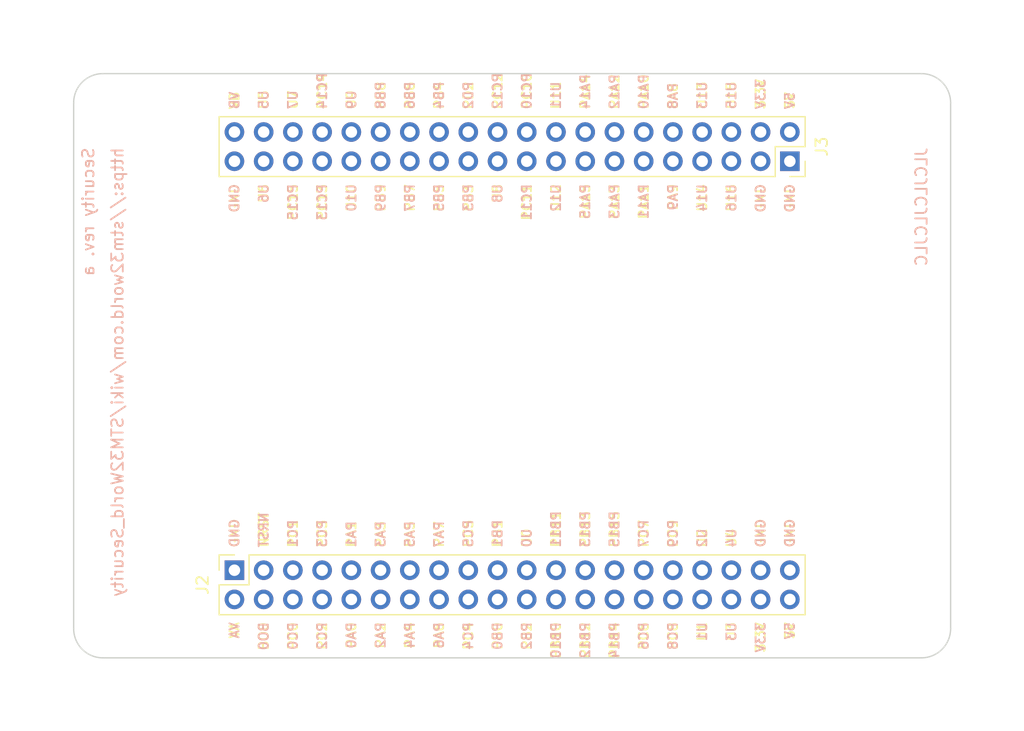
<source format=kicad_pcb>
(kicad_pcb (version 20240108) (generator "pcbnew") (generator_version "8.0")
  (title_block (title "${TITLE}") (rev "${REVISION}") (company "${COMPANY}") (comment 1 "${URL}") (comment 2 "${AUTHOR}") (comment 3 "${AUTHOR_EMAIL}"))
  (layers (0 "F.Cu" signal) (31 "B.Cu" signal) (34 "B.Paste" user) (35 "F.Paste" user) (36 "B.SilkS" user "B.Silkscreen") (37 "F.SilkS" user "F.Silkscreen") (38 "B.Mask" user) (39 "F.Mask" user) (44 "Edge.Cuts" user))
  (property "AUTHOR" "Lars Boegild Thomsen")
  (property "AUTHOR_EMAIL" "lth@stm32world.com")
  (property "COMPANY" "STM32World")
  (property "REVISION" "a")
  (property "TITLE" "Security")
  (property "URL" "https://stm32world.com/wiki/STM32World_Security")
  (net 0 "")
  (footprint "stm32world:STM32WORLD_BOARD" (layer "F.Cu") (at 146.05 101.6)
    (property "Reference" "J1" (hide yes))
    (property "Value" "STM32WORLD_BOARD")
    (fp_line (start -38.1 22.86) (end -38.1 -22.86) (stroke (width 0.12)) (layer "Edge.Cuts"))
    (fp_line (start -35.56 -25.4) (end 35.56 -25.4) (stroke (width 0.12)) (layer "Edge.Cuts"))
    (fp_line (start 35.56 25.4) (end -35.56 25.4) (stroke (width 0.12)) (layer "Edge.Cuts"))
    (fp_line (start 38.1 -22.86) (end 38.1 22.86) (stroke (width 0.12)) (layer "Edge.Cuts"))
    (fp_arc (start -38.1 -22.86) (mid -37.356051 -24.656051) (end -35.56 -25.4) (stroke (width 0.12)) (layer "Edge.Cuts"))
    (fp_arc (start -35.56 25.4) (mid -37.356051 24.656051) (end -38.1 22.86) (stroke (width 0.12)) (layer "Edge.Cuts"))
    (fp_arc (start 35.56 -25.4) (mid 37.356051 -24.656051) (end 38.1 -22.86) (stroke (width 0.12)) (layer "Edge.Cuts"))
    (fp_arc (start 38.1 22.86) (mid 37.356051 24.656051) (end 35.56 25.4) (stroke (width 0.12)) (layer "Edge.Cuts"))
    (fp_text user "VA" (at -24.13 22.225 90) (layer "B.SilkS") (effects (font (size 0.8 0.8)) (justify left mirror)))
    (fp_text user "PC7" (at 11.43 15.875 90) (layer "B.SilkS") (effects (font (size 0.8 0.8)) (justify right mirror)))
    (fp_text user "PC1" (at -19.05 15.875 90) (layer "B.SilkS") (effects (font (size 0.8 0.8)) (justify right mirror)))
    (fp_text user "PA11" (at 11.43 -15.875 90) (layer "B.SilkS") (effects (font (size 0.8 0.8)) (justify left mirror)))
    (fp_text user "U12" (at 3.81 -15.875 90) (layer "B.SilkS") (effects (font (size 0.8 0.8)) (justify left mirror)))
    (fp_text user "PC15" (at -19.05 -15.875 90) (layer "B.SilkS") (effects (font (size 0.8 0.8)) (justify left mirror)))
    (fp_text user "PA1" (at -13.97 15.875 90) (layer "B.SilkS") (effects (font (size 0.8 0.8)) (justify right mirror)))
    (fp_text user "U14" (at 16.51 -15.875 90) (layer "B.SilkS") (effects (font (size 0.8 0.8)) (justify left mirror)))
    (fp_text user "PA13" (at 8.89 -15.875 90) (layer "B.SilkS") (effects (font (size 0.8 0.8)) (justify left mirror)))
    (fp_text user "PA15" (at 6.35 -15.875 90) (layer "B.SilkS") (effects (font (size 0.8 0.8)) (justify left mirror)))
    (fp_text user "PA8" (at 13.97 -22.225 90) (layer "B.SilkS") (effects (font (size 0.8 0.8)) (justify right mirror)))
    (fp_text user "${URL}" (at -34.29 -19.05 90) (layer "B.SilkS") (effects (justify left mirror)))
    (fp_text user "PC2" (at -16.51 22.225 90) (layer "B.SilkS") (effects (font (size 0.8 0.8)) (justify left mirror)))
    (fp_text user "U7" (at -19.05 -22.225 90) (layer "B.SilkS") (effects (font (size 0.8 0.8)) (justify right mirror)))
    (fp_text user "PB0" (at -1.27 22.225 90) (layer "B.SilkS") (effects (font (size 0.8 0.8)) (justify left mirror)))
    (fp_text user "GND" (at -24.13 -15.875 90) (layer "B.SilkS") (effects (font (size 0.8 0.8)) (justify left mirror)))
    (fp_text user "U6" (at -21.59 -15.875 90) (layer "B.SilkS") (effects (font (size 0.8 0.8)) (justify left mirror)))
    (fp_text user "PB8" (at -11.43 -22.225 90) (layer "B.SilkS") (effects (font (size 0.8 0.8)) (justify right mirror)))
    (fp_text user "PA14" (at 6.35 -22.225 90) (layer "B.SilkS") (effects (font (size 0.8 0.8)) (justify right mirror)))
    (fp_text user "PB15" (at 8.89 15.875 90) (layer "B.SilkS") (effects (font (size 0.8 0.8)) (justify right mirror)))
    (fp_text user "U10" (at -13.97 -15.875 90) (layer "B.SilkS") (effects (font (size 0.8 0.8)) (justify left mirror)))
    (fp_text user "PC13" (at -16.51 -15.875 90) (layer "B.SilkS") (effects (font (size 0.8 0.8)) (justify left mirror)))
    (fp_text user "PC8" (at 13.97 22.225 90) (layer "B.SilkS") (effects (font (size 0.8 0.8)) (justify left mirror)))
    (fp_text user "${TITLE} rev. ${REVISION}" (at -36.83 -19.05 90) (layer "B.SilkS") (effects (justify left mirror)))
    (fp_text user "GND" (at -24.13 15.875 90) (layer "B.SilkS") (effects (font (size 0.8 0.8)) (justify right mirror)))
    (fp_text user "PB7" (at -8.89 -15.875 90) (layer "B.SilkS") (effects (font (size 0.8 0.8)) (justify left mirror)))
    (fp_text user "PB3" (at -3.81 -15.875 90) (layer "B.SilkS") (effects (font (size 0.8 0.8)) (justify left mirror)))
    (fp_text user "PA5" (at -8.89 15.875 90) (layer "B.SilkS") (effects (font (size 0.8 0.8)) (justify right mirror)))
    (fp_text user "PB11" (at 3.81 15.875 90) (layer "B.SilkS") (effects (font (size 0.8 0.8)) (justify right mirror)))
    (fp_text user "U15" (at 19.05 -22.225 90) (layer "B.SilkS") (effects (font (size 0.8 0.8)) (justify right mirror)))
    (fp_text user "U13" (at 16.51 -22.225 90) (layer "B.SilkS") (effects (font (size 0.8 0.8)) (justify right mirror)))
    (fp_text user "PC3" (at -16.51 15.875 90) (layer "B.SilkS") (effects (font (size 0.8 0.8)) (justify right mirror)))
    (fp_text user "U3" (at 19.05 22.225 90) (layer "B.SilkS") (effects (font (size 0.8 0.8)) (justify left mirror)))
    (fp_text user "BO0" (at -21.59 22.225 90) (layer "B.SilkS") (effects (font (size 0.8 0.8)) (justify left mirror)))
    (fp_text user "U0" (at 1.27 15.875 90) (layer "B.SilkS") (effects (font (size 0.8 0.8)) (justify right mirror)))
    (fp_text user "5V" (at 24.13 -22.225 90) (layer "B.SilkS") (effects (font (size 0.8 0.8)) (justify right mirror)))
    (fp_text user "PC14" (at -16.51 -22.225 90) (layer "B.SilkS") (effects (font (size 0.8 0.8)) (justify right mirror)))
    (fp_text user "U5" (at -21.59 -22.225 90) (layer "B.SilkS") (effects (font (size 0.8 0.8)) (justify right mirror)))
    (fp_text user "GND" (at 24.13 -15.875 90) (layer "B.SilkS") (effects (font (size 0.8 0.8)) (justify left mirror)))
    (fp_text user "PB4" (at -6.35 -22.225 90) (layer "B.SilkS") (effects (font (size 0.8 0.8)) (justify right mirror)))
    (fp_text user "GND" (at 21.59 15.875 90) (layer "B.SilkS") (effects (font (size 0.8 0.8)) (justify right mirror)))
    (fp_text user "U16" (at 19.05 -15.875 90) (layer "B.SilkS") (effects (font (size 0.8 0.8)) (justify left mirror)))
    (fp_text user "GND" (at 21.59 -15.875 90) (layer "B.SilkS") (effects (font (size 0.8 0.8)) (justify left mirror)))
    (fp_text user "PC4" (at -3.81 22.225 90) (layer "B.SilkS") (effects (font (size 0.8 0.8)) (justify left mirror)))
    (fp_text user "PB9" (at -11.43 -15.875 90) (layer "B.SilkS") (effects (font (size 0.8 0.8)) (justify left mirror)))
    (fp_text user "VB" (at -24.13 -22.225 90) (layer "B.SilkS") (effects (font (size 0.8 0.8)) (justify right mirror)))
    (fp_text user "PB12" (at 6.35 22.225 90) (layer "B.SilkS") (effects (font (size 0.8 0.8)) (justify left mirror)))
    (fp_text user "PD2" (at -3.81 -22.225 90) (layer "B.SilkS") (effects (font (size 0.8 0.8)) (justify right mirror)))
    (fp_text user "PB2" (at 1.27 22.225 90) (layer "B.SilkS") (effects (font (size 0.8 0.8)) (justify left mirror)))
    (fp_text user "PB6" (at -8.89 -22.225 90) (layer "B.SilkS") (effects (font (size 0.8 0.8)) (justify right mirror)))
    (fp_text user "PA2" (at -11.43 22.225 90) (layer "B.SilkS") (effects (font (size 0.8 0.8)) (justify left mirror)))
    (fp_text user "PA7" (at -6.35 15.875 90) (layer "B.SilkS") (effects (font (size 0.8 0.8)) (justify right mirror)))
    (fp_text user "PA12" (at 8.89 -22.225 90) (layer "B.SilkS") (effects (font (size 0.8 0.8)) (justify right mirror)))
    (fp_text user "3.3V" (at 21.59 22.225 90) (layer "B.SilkS") (effects (font (size 0.8 0.8)) (justify left mirror)))
    (fp_text user "U8" (at -1.27 -15.875 90) (layer "B.SilkS") (effects (font (size 0.8 0.8)) (justify left mirror)))
    (fp_text user "PC10" (at 1.27 -22.225 90) (layer "B.SilkS") (effects (font (size 0.8 0.8)) (justify right mirror)))
    (fp_text user "U2" (at 16.51 15.875 90) (layer "B.SilkS") (effects (font (size 0.8 0.8)) (justify right mirror)))
    (fp_text user "U1" (at 16.51 22.225 90) (layer "B.SilkS") (effects (font (size 0.8 0.8)) (justify left mirror)))
    (fp_text user "U9" (at -13.97 -22.225 90) (layer "B.SilkS") (effects (font (size 0.8 0.8)) (justify right mirror)))
    (fp_text user "PB5" (at -6.35 -15.875 90) (layer "B.SilkS") (effects (font (size 0.8 0.8)) (justify left mirror)))
    (fp_text user "U11" (at 3.81 -22.225 90) (layer "B.SilkS") (effects (font (size 0.8 0.8)) (justify right mirror)))
    (fp_text user "GND" (at 24.13 15.875 90) (layer "B.SilkS") (effects (font (size 0.8 0.8)) (justify right mirror)))
    (fp_text user "PB13" (at 6.35 15.875 90) (layer "B.SilkS") (effects (font (size 0.8 0.8)) (justify right mirror)))
    (fp_text user "PB14" (at 8.89 22.225 90) (layer "B.SilkS") (effects (font (size 0.8 0.8)) (justify left mirror)))
    (fp_text user "JLCJLCJLCJLC" (at 35.56 -19.05 90) (layer "B.SilkS") (effects (justify left mirror)))
    (fp_text user "5V" (at 24.13 22.225 90) (layer "B.SilkS") (effects (font (size 0.8 0.8)) (justify left mirror)))
    (fp_text user "PB10" (at 3.81 22.225 90) (layer "B.SilkS") (effects (font (size 0.8 0.8)) (justify left mirror)))
    (fp_text user "PA10" (at 11.43 -22.225 90) (layer "B.SilkS") (effects (font (size 0.8 0.8)) (justify right mirror)))
    (fp_text user "PA0" (at -13.97 22.225 90) (layer "B.SilkS") (effects (font (size 0.8 0.8)) (justify left mirror)))
    (fp_text user "PC5" (at -3.81 15.875 90) (layer "B.SilkS") (effects (font (size 0.8 0.8)) (justify right mirror)))
    (fp_text user "U4" (at 19.05 15.875 90) (layer "B.SilkS") (effects (font (size 0.8 0.8)) (justify right mirror)))
    (fp_text user "PC12" (at -1.27 -22.225 90) (layer "B.SilkS") (effects (font (size 0.8 0.8)) (justify right mirror)))
    (fp_text user "PC0" (at -19.05 22.225 90) (layer "B.SilkS") (effects (font (size 0.8 0.8)) (justify left mirror)))
    (fp_text user "PC11" (at 1.27 -15.875 90) (layer "B.SilkS") (effects (font (size 0.8 0.8)) (justify left mirror)))
    (fp_text user "PA9" (at 13.97 -15.875 90) (layer "B.SilkS") (effects (font (size 0.8 0.8)) (justify left mirror)))
    (fp_text user "NRST" (at -21.59 15.875 90) (layer "B.SilkS") (effects (font (size 0.8 0.8)) (justify right mirror)))
    (fp_text user "PA3" (at -11.43 15.875 90) (layer "B.SilkS") (effects (font (size 0.8 0.8)) (justify right mirror)))
    (fp_text user "PB1" (at -1.27 15.875 90) (layer "B.SilkS") (effects (font (size 0.8 0.8)) (justify right mirror)))
    (fp_text user "PA6" (at -6.35 22.225 90) (layer "B.SilkS") (effects (font (size 0.8 0.8)) (justify left mirror)))
    (fp_text user "PA4" (at -8.89 22.225 90) (layer "B.SilkS") (effects (font (size 0.8 0.8)) (justify left mirror)))
    (fp_text user "3.3V" (at 21.59 -22.225 90) (layer "B.SilkS") (effects (font (size 0.8 0.8)) (justify right mirror)))
    (fp_text user "PC6" (at 11.43 22.225 90) (layer "B.SilkS") (effects (font (size 0.8 0.8)) (justify left mirror)))
    (fp_text user "PC9" (at 13.97 15.875 90) (layer "B.SilkS") (effects (font (size 0.8 0.8)) (justify right mirror)))
    (fp_text user "PB13" (at 6.35 15.875 90) (layer "F.SilkS") (effects (font (size 0.8 0.8)) (justify left)))
    (fp_text user "PA6" (at -6.35 22.225 90) (layer "F.SilkS") (effects (font (size 0.8 0.8)) (justify right)))
    (fp_text user "U16" (at 19.05 -15.875 90) (layer "F.SilkS") (effects (font (size 0.8 0.8)) (justify right)))
    (fp_text user "U8" (at -1.27 -15.875 90) (layer "F.SilkS") (effects (font (size 0.8 0.8)) (justify right)))
    (fp_text user "5V" (at 24.13 -22.225 90) (layer "F.SilkS") (effects (font (size 0.8 0.8)) (justify left)))
    (fp_text user "BO0" (at -21.59 22.225 90) (layer "F.SilkS") (effects (font (size 0.8 0.8)) (justify right)))
    (fp_text user "PB1" (at -1.27 15.875 90) (layer "F.SilkS") (effects (font (size 0.8 0.8)) (justify left)))
    (fp_text user "PA0" (at -13.97 22.225 90) (layer "F.SilkS") (effects (font (size 0.8 0.8)) (justify right)))
    (fp_text user "3.3V" (at 21.59 22.225 90) (layer "F.SilkS") (effects (font (size 0.8 0.8)) (justify right)))
    (fp_text user "GND" (at -24.13 -15.875 90) (layer "F.SilkS") (effects (font (size 0.8 0.8)) (justify right)))
    (fp_text user "GND" (at 24.13 15.875 90) (layer "F.SilkS") (effects (font (size 0.8 0.8)) (justify left)))
    (fp_text user "PA5" (at -8.89 15.875 90) (layer "F.SilkS") (effects (font (size 0.8 0.8)) (justify left)))
    (fp_text user "PB4" (at -6.35 -22.225 90) (layer "F.SilkS") (effects (font (size 0.8 0.8)) (justify left)))
    (fp_text user "PC9" (at 13.97 15.875 90) (layer "F.SilkS") (effects (font (size 0.8 0.8)) (justify left)))
    (fp_text user "PC7" (at 11.43 15.875 90) (layer "F.SilkS") (effects (font (size 0.8 0.8)) (justify left)))
    (fp_text user "PD2" (at -3.81 -22.225 90) (layer "F.SilkS") (effects (font (size 0.8 0.8)) (justify left)))
    (fp_text user "3.3V" (at 21.59 -22.225 90) (layer "F.SilkS") (effects (font (size 0.8 0.8)) (justify left)))
    (fp_text user "U13" (at 16.51 -22.225 90) (layer "F.SilkS") (effects (font (size 0.8 0.8)) (justify left)))
    (fp_text user "PC11" (at 1.27 -15.875 90) (layer "F.SilkS") (effects (font (size 0.8 0.8)) (justify right)))
    (fp_text user "PA1" (at -13.97 15.875 90) (layer "F.SilkS") (effects (font (size 0.8 0.8)) (justify left)))
    (fp_text user "U0" (at 1.27 15.875 90) (layer "F.SilkS") (effects (font (size 0.8 0.8)) (justify left)))
    (fp_text user "U6" (at -21.59 -15.875 90) (layer "F.SilkS") (effects (font (size 0.8 0.8)) (justify right)))
    (fp_text user "PB7" (at -8.89 -15.875 90) (layer "F.SilkS") (effects (font (size 0.8 0.8)) (justify right)))
    (fp_text user "PB11" (at 3.81 15.875 90) (layer "F.SilkS") (effects (font (size 0.8 0.8)) (justify left)))
    (fp_text user "PC4" (at -3.81 22.225 90) (layer "F.SilkS") (effects (font (size 0.8 0.8)) (justify right)))
    (fp_text user "PC3" (at -16.51 15.875 90) (layer "F.SilkS") (effects (font (size 0.8 0.8)) (justify left)))
    (fp_text user "PC0" (at -19.05 22.225 90) (layer "F.SilkS") (effects (font (size 0.8 0.8)) (justify right)))
    (fp_text user "VA" (at -24.13 22.225 90) (layer "F.SilkS") (effects (font (size 0.8 0.8)) (justify right)))
    (fp_text user "PC15" (at -19.05 -15.875 90) (layer "F.SilkS") (effects (font (size 0.8 0.8)) (justify right)))
    (fp_text user "PA13" (at 8.89 -15.875 90) (layer "F.SilkS") (effects (font (size 0.8 0.8)) (justify right)))
    (fp_text user "VB" (at -24.13 -22.225 90) (layer "F.SilkS") (effects (font (size 0.8 0.8)) (justify left)))
    (fp_text user "U11" (at 3.81 -22.225 90) (layer "F.SilkS") (effects (font (size 0.8 0.8)) (justify left)))
    (fp_text user "PB3" (at -3.81 -15.875 90) (layer "F.SilkS") (effects (font (size 0.8 0.8)) (justify right)))
    (fp_text user "PC5" (at -3.81 15.875 90) (layer "F.SilkS") (effects (font (size 0.8 0.8)) (justify left)))
    (fp_text user "PA14" (at 6.35 -22.225 90) (layer "F.SilkS") (effects (font (size 0.8 0.8)) (justify left)))
    (fp_text user "U12" (at 3.81 -15.875 90) (layer "F.SilkS") (effects (font (size 0.8 0.8)) (justify right)))
    (fp_text user "PB8" (at -11.43 -22.225 90) (layer "F.SilkS") (effects (font (size 0.8 0.8)) (justify left)))
    (fp_text user "PC1" (at -19.05 15.875 90) (layer "F.SilkS") (effects (font (size 0.8 0.8)) (justify left)))
    (fp_text user "PC6" (at 11.43 22.225 90) (layer "F.SilkS") (effects (font (size 0.8 0.8)) (justify right)))
    (fp_text user "PA4" (at -8.89 22.225 90) (layer "F.SilkS") (effects (font (size 0.8 0.8)) (justify right)))
    (fp_text user "PC8" (at 13.97 22.225 90) (layer "F.SilkS") (effects (font (size 0.8 0.8)) (justify right)))
    (fp_text user "PC2" (at -16.51 22.225 90) (layer "F.SilkS") (effects (font (size 0.8 0.8)) (justify right)))
    (fp_text user "PA2" (at -11.43 22.225 90) (layer "F.SilkS") (effects (font (size 0.8 0.8)) (justify right)))
    (fp_text user "PA11" (at 11.43 -15.875 90) (layer "F.SilkS") (effects (font (size 0.8 0.8)) (justify right)))
    (fp_text user "PA9" (at 13.97 -15.875 90) (layer "F.SilkS") (effects (font (size 0.8 0.8)) (justify right)))
    (fp_text user "U3" (at 19.05 22.225 90) (layer "F.SilkS") (effects (font (size 0.8 0.8)) (justify right)))
    (fp_text user "PB15" (at 8.89 15.875 90) (layer "F.SilkS") (effects (font (size 0.8 0.8)) (justify left)))
    (fp_text user "U10" (at -13.97 -15.875 90) (layer "F.SilkS") (effects (font (size 0.8 0.8)) (justify right)))
    (fp_text user "U4" (at 19.05 15.875 90) (layer "F.SilkS") (effects (font (size 0.8 0.8)) (justify left)))
    (fp_text user "PC14" (at -16.51 -22.225 90) (layer "F.SilkS") (effects (font (size 0.8 0.8)) (justify left)))
    (fp_text user "PB6" (at -8.89 -22.225 90) (layer "F.SilkS") (effects (font (size 0.8 0.8)) (justify left)))
    (fp_text user "PB0" (at -1.27 22.225 90) (layer "F.SilkS") (effects (font (size 0.8 0.8)) (justify right)))
    (fp_text user "PA7" (at -6.35 15.875 90) (layer "F.SilkS") (effects (font (size 0.8 0.8)) (justify left)))
    (fp_text user "NRST" (at -21.59 15.875 90) (layer "F.SilkS") (effects (font (size 0.8 0.8)) (justify left)))
    (fp_text user "GND" (at 21.59 15.875 90) (layer "F.SilkS") (effects (font (size 0.8 0.8)) (justify left)))
    (fp_text user "PA15" (at 6.35 -15.875 90) (layer "F.SilkS") (effects (font (size 0.8 0.8)) (justify right)))
    (fp_text user "GND" (at 21.59 -15.875 90) (layer "F.SilkS") (effects (font (size 0.8 0.8)) (justify right)))
    (fp_text user "U14" (at 16.51 -15.875 90) (layer "F.SilkS") (effects (font (size 0.8 0.8)) (justify right)))
    (fp_text user "PB9" (at -11.43 -15.875 90) (layer "F.SilkS") (effects (font (size 0.8 0.8)) (justify right)))
    (fp_text user "PA10" (at 11.43 -22.225 90) (layer "F.SilkS") (effects (font (size 0.8 0.8)) (justify left)))
    (fp_text user "PC10" (at 1.27 -22.225 90) (layer "F.SilkS") (effects (font (size 0.8 0.8)) (justify left)))
    (fp_text user "PB14" (at 8.89 22.225 90) (layer "F.SilkS") (effects (font (size 0.8 0.8)) (justify right)))
    (fp_text user "U9" (at -13.97 -22.225 90) (layer "F.SilkS") (effects (font (size 0.8 0.8)) (justify left)))
    (fp_text user "PB2" (at 1.27 22.225 90) (layer "F.SilkS") (effects (font (size 0.8 0.8)) (justify right)))
    (fp_text user "PA3" (at -11.43 15.875 90) (layer "F.SilkS") (effects (font (size 0.8 0.8)) (justify left)))
    (fp_text user "PC12" (at -1.27 -22.225 90) (layer "F.SilkS") (effects (font (size 0.8 0.8)) (justify left)))
    (fp_text user "PB10" (at 3.81 22.225 90) (layer "F.SilkS") (effects (font (size 0.8 0.8)) (justify right)))
    (fp_text user "PB12" (at 6.35 22.225 90) (layer "F.SilkS") (effects (font (size 0.8 0.8)) (justify right)))
    (fp_text user "PA8" (at 13.97 -22.225 90) (layer "F.SilkS") (effects (font (size 0.8 0.8)) (justify left)))
    (fp_text user "U1" (at 16.51 22.225 90) (layer "F.SilkS") (effects (font (size 0.8 0.8)) (justify right)))
    (fp_text user "U2" (at 16.51 15.875 90) (layer "F.SilkS") (effects (font (size 0.8 0.8)) (justify left)))
    (fp_text user "U15" (at 19.05 -22.225 90) (layer "F.SilkS") (effects (font (size 0.8 0.8)) (justify left)))
    (fp_text user "PB5" (at -6.35 -15.875 90) (layer "F.SilkS") (effects (font (size 0.8 0.8)) (justify right)))
    (fp_text user "PC13" (at -16.51 -15.875 90) (layer "F.SilkS") (effects (font (size 0.8 0.8)) (justify right)))
    (fp_text user "U5" (at -21.59 -22.225 90) (layer "F.SilkS") (effects (font (size 0.8 0.8)) (justify left)))
    (fp_text user "PA12" (at 8.89 -22.225 90) (layer "F.SilkS") (effects (font (size 0.8 0.8)) (justify left)))
    (fp_text user "GND" (at -24.13 15.875 90) (layer "F.SilkS") (effects (font (size 0.8 0.8)) (justify left)))
    (fp_text user "U7" (at -19.05 -22.225 90) (layer "F.SilkS") (effects (font (size 0.8 0.8)) (justify left)))
    (fp_text user "GND" (at 24.13 -15.875 90) (layer "F.SilkS") (effects (font (size 0.8 0.8)) (justify right)))
    (fp_text user "5V" (at 24.13 22.225 90) (layer "F.SilkS") (effects (font (size 0.8 0.8)) (justify right)))
    (pad "" np_thru_hole circle (at -34.29 -21.59) (size 3.2 3.2) (drill 3.2) (layers "F&B.Cu" "*.Mask"))
    (pad "" np_thru_hole circle (at -34.29 21.59) (size 3.2 3.2) (drill 3.2) (layers "F&B.Cu" "*.Mask"))
    (pad "" np_thru_hole circle (at 34.29 -21.59) (size 3.2 3.2) (drill 3.2) (layers "F&B.Cu" "*.Mask"))
    (pad "" np_thru_hole circle (at 34.29 21.59) (size 3.2 3.2) (drill 3.2) (layers "F&B.Cu" "*.Mask"))
  )
  (footprint "stm32world:PinSocket_2x20_P2.54mm_Vertical_Stackable" (layer "F.Cu") (at 121.92 119.38 90)
    (property "Reference" "J2" (at -1.27 -2.77 -90) (layer "F.SilkS"))
    (property "Value" "STM32WORLD_CONNECTOR_1")
    (fp_line (start 1.33 -1.33) (end 1.33 0) (stroke (width 0.12)) (layer "F.SilkS"))
    (fp_line (start 0 -1.33) (end 1.33 -1.33) (stroke (width 0.12)) (layer "F.SilkS"))
    (fp_line (start -1.27 -1.33) (end -1.27 1.27) (stroke (width 0.12)) (layer "F.SilkS"))
    (fp_line (start -3.87 -1.33) (end -1.27 -1.33) (stroke (width 0.12)) (layer "F.SilkS"))
    (fp_line (start -3.87 -1.33) (end -3.87 49.59) (stroke (width 0.12)) (layer "F.SilkS"))
    (fp_line (start 1.33 1.27) (end 1.33 49.59) (stroke (width 0.12)) (layer "F.SilkS"))
    (fp_line (start -1.27 1.27) (end 1.33 1.27) (stroke (width 0.12)) (layer "F.SilkS"))
    (fp_line (start -3.87 49.59) (end 1.33 49.59) (stroke (width 0.12)) (layer "F.SilkS"))
    (pad "1" thru_hole rect (at 0 0 90) (size 1.7 1.7) (drill 1) (layers "*.Cu" "*.Mask"))
    (pad "2" thru_hole oval (at -2.54 0 90) (size 1.7 1.7) (drill 1) (layers "*.Cu" "*.Mask"))
    (pad "3" thru_hole oval (at 0 2.54 90) (size 1.7 1.7) (drill 1) (layers "*.Cu" "*.Mask"))
    (pad "4" thru_hole oval (at -2.54 2.54 90) (size 1.7 1.7) (drill 1) (layers "*.Cu" "*.Mask"))
    (pad "5" thru_hole oval (at 0 5.08 90) (size 1.7 1.7) (drill 1) (layers "*.Cu" "*.Mask"))
    (pad "6" thru_hole oval (at -2.54 5.08 90) (size 1.7 1.7) (drill 1) (layers "*.Cu" "*.Mask"))
    (pad "7" thru_hole oval (at 0 7.62 90) (size 1.7 1.7) (drill 1) (layers "*.Cu" "*.Mask"))
    (pad "8" thru_hole oval (at -2.54 7.62 90) (size 1.7 1.7) (drill 1) (layers "*.Cu" "*.Mask"))
    (pad "9" thru_hole oval (at 0 10.16 90) (size 1.7 1.7) (drill 1) (layers "*.Cu" "*.Mask"))
    (pad "10" thru_hole oval (at -2.54 10.16 90) (size 1.7 1.7) (drill 1) (layers "*.Cu" "*.Mask"))
    (pad "11" thru_hole oval (at 0 12.7 90) (size 1.7 1.7) (drill 1) (layers "*.Cu" "*.Mask"))
    (pad "12" thru_hole oval (at -2.54 12.7 90) (size 1.7 1.7) (drill 1) (layers "*.Cu" "*.Mask"))
    (pad "13" thru_hole oval (at 0 15.24 90) (size 1.7 1.7) (drill 1) (layers "*.Cu" "*.Mask"))
    (pad "14" thru_hole oval (at -2.54 15.24 90) (size 1.7 1.7) (drill 1) (layers "*.Cu" "*.Mask"))
    (pad "15" thru_hole oval (at 0 17.78 90) (size 1.7 1.7) (drill 1) (layers "*.Cu" "*.Mask"))
    (pad "16" thru_hole oval (at -2.54 17.78 90) (size 1.7 1.7) (drill 1) (layers "*.Cu" "*.Mask"))
    (pad "17" thru_hole oval (at 0 20.32 90) (size 1.7 1.7) (drill 1) (layers "*.Cu" "*.Mask"))
    (pad "18" thru_hole oval (at -2.54 20.32 90) (size 1.7 1.7) (drill 1) (layers "*.Cu" "*.Mask"))
    (pad "19" thru_hole oval (at 0 22.86 90) (size 1.7 1.7) (drill 1) (layers "*.Cu" "*.Mask"))
    (pad "20" thru_hole oval (at -2.54 22.86 90) (size 1.7 1.7) (drill 1) (layers "*.Cu" "*.Mask"))
    (pad "21" thru_hole oval (at 0 25.4 90) (size 1.7 1.7) (drill 1) (layers "*.Cu" "*.Mask"))
    (pad "22" thru_hole oval (at -2.54 25.4 90) (size 1.7 1.7) (drill 1) (layers "*.Cu" "*.Mask"))
    (pad "23" thru_hole oval (at 0 27.94 90) (size 1.7 1.7) (drill 1) (layers "*.Cu" "*.Mask"))
    (pad "24" thru_hole oval (at -2.54 27.94 90) (size 1.7 1.7) (drill 1) (layers "*.Cu" "*.Mask"))
    (pad "25" thru_hole oval (at 0 30.48 90) (size 1.7 1.7) (drill 1) (layers "*.Cu" "*.Mask"))
    (pad "26" thru_hole oval (at -2.54 30.48 90) (size 1.7 1.7) (drill 1) (layers "*.Cu" "*.Mask"))
    (pad "27" thru_hole oval (at 0 33.02 90) (size 1.7 1.7) (drill 1) (layers "*.Cu" "*.Mask"))
    (pad "28" thru_hole oval (at -2.54 33.02 90) (size 1.7 1.7) (drill 1) (layers "*.Cu" "*.Mask"))
    (pad "29" thru_hole oval (at 0 35.56 90) (size 1.7 1.7) (drill 1) (layers "*.Cu" "*.Mask"))
    (pad "30" thru_hole oval (at -2.54 35.56 90) (size 1.7 1.7) (drill 1) (layers "*.Cu" "*.Mask"))
    (pad "31" thru_hole oval (at 0 38.1 90) (size 1.7 1.7) (drill 1) (layers "*.Cu" "*.Mask"))
    (pad "32" thru_hole oval (at -2.54 38.1 90) (size 1.7 1.7) (drill 1) (layers "*.Cu" "*.Mask"))
    (pad "33" thru_hole oval (at 0 40.64 90) (size 1.7 1.7) (drill 1) (layers "*.Cu" "*.Mask"))
    (pad "34" thru_hole oval (at -2.54 40.64 90) (size 1.7 1.7) (drill 1) (layers "*.Cu" "*.Mask"))
    (pad "35" thru_hole oval (at 0 43.18 90) (size 1.7 1.7) (drill 1) (layers "*.Cu" "*.Mask"))
    (pad "36" thru_hole oval (at -2.54 43.18 90) (size 1.7 1.7) (drill 1) (layers "*.Cu" "*.Mask"))
    (pad "37" thru_hole oval (at 0 45.72 90) (size 1.7 1.7) (drill 1) (layers "*.Cu" "*.Mask"))
    (pad "38" thru_hole oval (at -2.54 45.72 90) (size 1.7 1.7) (drill 1) (layers "*.Cu" "*.Mask"))
    (pad "39" thru_hole oval (at 0 48.26 90) (size 1.7 1.7) (drill 1) (layers "*.Cu" "*.Mask"))
    (pad "40" thru_hole oval (at -2.54 48.26 90) (size 1.7 1.7) (drill 1) (layers "*.Cu" "*.Mask"))
  )
  (footprint "stm32world:PinSocket_2x20_P2.54mm_Vertical_Stackable" (layer "F.Cu") (at 170.18 83.82 -90)
    (property "Reference" "J3" (at -1.27 -2.77 90) (layer "F.SilkS"))
    (property "Value" "STM32WORLD_CONNECTOR_2")
    (fp_line (start -3.87 49.59) (end 1.33 49.59) (stroke (width 0.12)) (layer "F.SilkS"))
    (fp_line (start -1.27 1.27) (end 1.33 1.27) (stroke (width 0.12)) (layer "F.SilkS"))
    (fp_line (start 1.33 1.27) (end 1.33 49.59) (stroke (width 0.12)) (layer "F.SilkS"))
    (fp_line (start -3.87 -1.33) (end -3.87 49.59) (stroke (width 0.12)) (layer "F.SilkS"))
    (fp_line (start -3.87 -1.33) (end -1.27 -1.33) (stroke (width 0.12)) (layer "F.SilkS"))
    (fp_line (start -1.27 -1.33) (end -1.27 1.27) (stroke (width 0.12)) (layer "F.SilkS"))
    (fp_line (start 0 -1.33) (end 1.33 -1.33) (stroke (width 0.12)) (layer "F.SilkS"))
    (fp_line (start 1.33 -1.33) (end 1.33 0) (stroke (width 0.12)) (layer "F.SilkS"))
    (pad "1" thru_hole rect (at 0 0 270) (size 1.7 1.7) (drill 1) (layers "*.Cu" "*.Mask"))
    (pad "2" thru_hole oval (at -2.54 0 270) (size 1.7 1.7) (drill 1) (layers "*.Cu" "*.Mask"))
    (pad "3" thru_hole oval (at 0 2.54 270) (size 1.7 1.7) (drill 1) (layers "*.Cu" "*.Mask"))
    (pad "4" thru_hole oval (at -2.54 2.54 270) (size 1.7 1.7) (drill 1) (layers "*.Cu" "*.Mask"))
    (pad "5" thru_hole oval (at 0 5.08 270) (size 1.7 1.7) (drill 1) (layers "*.Cu" "*.Mask"))
    (pad "6" thru_hole oval (at -2.54 5.08 270) (size 1.7 1.7) (drill 1) (layers "*.Cu" "*.Mask"))
    (pad "7" thru_hole oval (at 0 7.62 270) (size 1.7 1.7) (drill 1) (layers "*.Cu" "*.Mask"))
    (pad "8" thru_hole oval (at -2.54 7.62 270) (size 1.7 1.7) (drill 1) (layers "*.Cu" "*.Mask"))
    (pad "9" thru_hole oval (at 0 10.16 270) (size 1.7 1.7) (drill 1) (layers "*.Cu" "*.Mask"))
    (pad "10" thru_hole oval (at -2.54 10.16 270) (size 1.7 1.7) (drill 1) (layers "*.Cu" "*.Mask"))
    (pad "11" thru_hole oval (at 0 12.7 270) (size 1.7 1.7) (drill 1) (layers "*.Cu" "*.Mask"))
    (pad "12" thru_hole oval (at -2.54 12.7 270) (size 1.7 1.7) (drill 1) (layers "*.Cu" "*.Mask"))
    (pad "13" thru_hole oval (at 0 15.24 270) (size 1.7 1.7) (drill 1) (layers "*.Cu" "*.Mask"))
    (pad "14" thru_hole oval (at -2.54 15.24 270) (size 1.7 1.7) (drill 1) (layers "*.Cu" "*.Mask"))
    (pad "15" thru_hole oval (at 0 17.78 270) (size 1.7 1.7) (drill 1) (layers "*.Cu" "*.Mask"))
    (pad "16" thru_hole oval (at -2.54 17.78 270) (size 1.7 1.7) (drill 1) (layers "*.Cu" "*.Mask"))
    (pad "17" thru_hole oval (at 0 20.32 270) (size 1.7 1.7) (drill 1) (layers "*.Cu" "*.Mask"))
    (pad "18" thru_hole oval (at -2.54 20.32 270) (size 1.7 1.7) (drill 1) (layers "*.Cu" "*.Mask"))
    (pad "19" thru_hole oval (at 0 22.86 270) (size 1.7 1.7) (drill 1) (layers "*.Cu" "*.Mask"))
    (pad "20" thru_hole oval (at -2.54 22.86 270) (size 1.7 1.7) (drill 1) (layers "*.Cu" "*.Mask"))
    (pad "21" thru_hole oval (at 0 25.4 270) (size 1.7 1.7) (drill 1) (layers "*.Cu" "*.Mask"))
    (pad "22" thru_hole oval (at -2.54 25.4 270) (size 1.7 1.7) (drill 1) (layers "*.Cu" "*.Mask"))
    (pad "23" thru_hole oval (at 0 27.94 270) (size 1.7 1.7) (drill 1) (layers "*.Cu" "*.Mask"))
    (pad "24" thru_hole oval (at -2.54 27.94 270) (size 1.7 1.7) (drill 1) (layers "*.Cu" "*.Mask"))
    (pad "25" thru_hole oval (at 0 30.48 270) (size 1.7 1.7) (drill 1) (layers "*.Cu" "*.Mask"))
    (pad "26" thru_hole oval (at -2.54 30.48 270) (size 1.7 1.7) (drill 1) (layers "*.Cu" "*.Mask"))
    (pad "27" thru_hole oval (at 0 33.02 270) (size 1.7 1.7) (drill 1) (layers "*.Cu" "*.Mask"))
    (pad "28" thru_hole oval (at -2.54 33.02 270) (size 1.7 1.7) (drill 1) (layers "*.Cu" "*.Mask"))
    (pad "29" thru_hole oval (at 0 35.56 270) (size 1.7 1.7) (drill 1) (layers "*.Cu" "*.Mask"))
    (pad "30" thru_hole oval (at -2.54 35.56 270) (size 1.7 1.7) (drill 1) (layers "*.Cu" "*.Mask"))
    (pad "31" thru_hole oval (at 0 38.1 270) (size 1.7 1.7) (drill 1) (layers "*.Cu" "*.Mask"))
    (pad "32" thru_hole oval (at -2.54 38.1 270) (size 1.7 1.7) (drill 1) (layers "*.Cu" "*.Mask"))
    (pad "33" thru_hole oval (at 0 40.64 270) (size 1.7 1.7) (drill 1) (layers "*.Cu" "*.Mask"))
    (pad "34" thru_hole oval (at -2.54 40.64 270) (size 1.7 1.7) (drill 1) (layers "*.Cu" "*.Mask"))
    (pad "35" thru_hole oval (at 0 43.18 270) (size 1.7 1.7) (drill 1) (layers "*.Cu" "*.Mask"))
    (pad "36" thru_hole oval (at -2.54 43.18 270) (size 1.7 1.7) (drill 1) (layers "*.Cu" "*.Mask"))
    (pad "37" thru_hole oval (at 0 45.72 270) (size 1.7 1.7) (drill 1) (layers "*.Cu" "*.Mask"))
    (pad "38" thru_hole oval (at -2.54 45.72 270) (size 1.7 1.7) (drill 1) (layers "*.Cu" "*.Mask"))
    (pad "39" thru_hole oval (at 0 48.26 270) (size 1.7 1.7) (drill 1) (layers "*.Cu" "*.Mask"))
    (pad "40" thru_hole oval (at -2.54 48.26 270) (size 1.7 1.7) (drill 1) (layers "*.Cu" "*.Mask"))
  )
)
</source>
